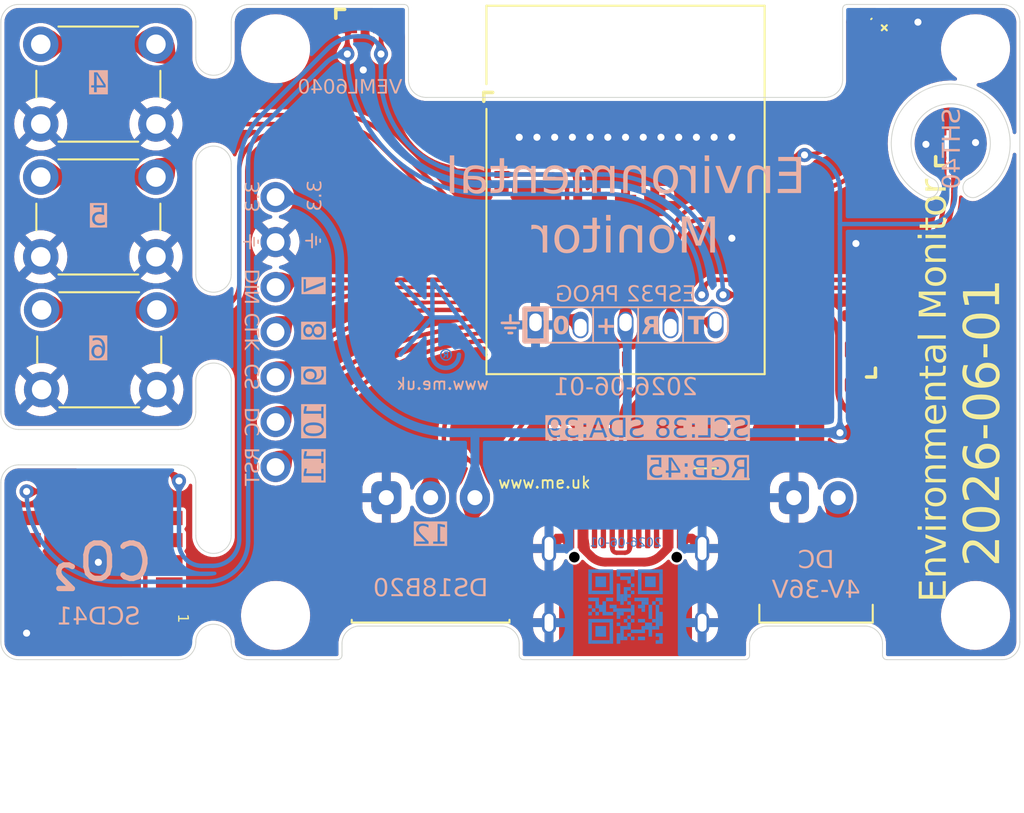
<source format=kicad_pcb>
(kicad_pcb (version 20221018) (generator pcbnew)
  (title_block (title "EnvMon") (rev "4") (comment 1 "www.me.uk") (comment 2 "@TheRealRevK") (comment 3 "Adrian Kennard Andrews & Arnold Ltd"))
  (layers (0 "F.Cu" signal) (31 "B.Cu" signal) (34 "B.Paste" user) (35 "F.Paste" user) (36 "B.SilkS" user "B.Silkscreen") (37 "F.SilkS" user "F.Silkscreen") (38 "B.Mask" user) (39 "F.Mask" user) (44 "Edge.Cuts" user))
  (net 0 "")
  (net 1 "Net-(U1-EN)")
  (net 2 "D+")
  (net 3 "D-")
  (net 5 "LED")
  (net 7 "Net-(D3-A)")
  (net 8 "Net-(J1-CC1)")
  (net 9 "TEMP")
  (net 10 "Net-(D2-A)")
  (net 11 "GND")
  (net 12 "OLED-RST")
  (net 13 "OLED-DC")
  (net 14 "OLED-SCK")
  (net 15 "OLED-CS")
  (net 16 "OLED-MOSI")
  (net 17 "SCL")
  (net 18 "SDA")
  (net 20 "Net-(J1-CC2)")
  (net 22 "Net-(J5-0)")
  (net 25 "DC")
  (net 34 "Net-(J5-Rx)")
  (net 41 "Net-(J5-Tx)")
  (net 45 "BUTTON1")
  (net 46 "BUTTON2")
  (net 47 "BUTTON3")
  (net 48 "+3.3V")
  (net 55 "RX")
  (net 57 "TX")
  (footprint "RevK:C_0603_" (layer "F.Cu") (at 131.75 83.785 90)
    (fp_text reference "C6" hide)
    (fp_text value "10uF 50V")
  )
  (footprint "Button_Switch_THT:SW_PUSH_6mm_H13mm" (layer "F.Cu") (at 89.25 65.25)
    (fp_text reference "SW1" hide)
    (fp_text value "SW_Push")
  )
  (footprint "Button_Switch_THT:SW_PUSH_6mm_H13mm" (layer "F.Cu") (at 89.3 80.25)
    (fp_text reference "SW3" hide)
    (fp_text value "SW_Push")
  )
  (footprint "RevK:SCD41" (layer "F.Cu") (at 92.5 94.5 180)
    (fp_text reference "U2" hide)
    (fp_text value "SCD41")
  )
  (footprint "RevK:PTSM-HH-3-RA" (layer "F.Cu") (at 111.25 90.85)
    (fp_text reference "J3" hide)
    (fp_text value "TEMP")
  )
  (footprint "RevK:C_0402" (layer "F.Cu") (at 113.05 71.3 90)
    (fp_text reference "C2" hide)
    (fp_text value "22uF" hide)
  )
  (footprint "RevK:L_4x4_" (layer "F.Cu") (at 134.25 87.085)
    (fp_text reference "L2" hide)
    (fp_text value "10uH")
  )
  (footprint "RevK:USC16-TR" (layer "F.Cu") (at 122.25 95.6)
    (fp_text reference "J1" hide)
    (fp_text value "USB-C")
  )
  (footprint "RevK:ESP32-S3-MINI-1" (layer "F.Cu") (at 122.25 76)
    (fp_text reference "U1" hide)
    (fp_text value "ESP32-S3-MINI-1" hide)
  )
  (footprint "RevK:SMD1010" (layer "F.Cu") (at 136.25 64.75 -45)
    (fp_text reference "D4" hide)
    (fp_text value "XL-1010RGBC-WS2812B" hide)
  )
  (footprint "RevK:C_0603_" (layer "F.Cu") (at 134.25 84.485)
    (fp_text reference "C8" hide)
    (fp_text value "100nF")
  )
  (footprint "RevK:C_0603_" (layer "F.Cu") (at 136.75 83.785 90)
    (fp_text reference "C7" hide)
    (fp_text value "10uF 6.3V")
  )
  (footprint "RevK:Sensirion_DFN-4_1.5x1.5mm_P0.5mm_SHT4x" (layer "F.Cu") (at 140.6 70.85 90)
    (fp_text reference "U7" hide)
    (fp_text value "SHT40")
  )
  (footprint "RevK:VEML6040" (layer "F.Cu") (at 107.6 64.1)
    (fp_text reference "U8" hide)
    (fp_text value "VEML6040")
  )
  (footprint "RevK:R_0402" (layer "F.Cu") (at 124.25 91)
    (fp_text reference "R4" hide)
    (fp_text value "5K1" hide)
  )
  (footprint "RevK:C_0402" (layer "F.Cu") (at 140.6 69.4 180)
    (fp_text reference "C5" hide)
    (fp_text value "100nF" hide)
  )
  (footprint "RevK:R_0402_" (layer "F.Cu") (at 134.25 80.585)
    (fp_text reference "R14" hide)
    (fp_text value "124k" hide)
  )
  (footprint "RevK:OLED1.5-RGB" (layer "F.Cu") (at 144.5 63 180)
    (fp_text reference "M1" hide)
    (fp_text value "OLED1.5-RGB")
  )
  (footprint "RevK:C_0402" (layer "F.Cu") (at 113.85 71.3 90)
    (fp_text reference "C1" hide)
    (fp_text value "100nF" hide)
  )
  (footprint "RevK:C_0402" (layer "F.Cu") (at 131.45 70.6 -90)
    (fp_text reference "C3" hide)
    (fp_text value "1uF" hide)
  )
  (footprint "RevK:R_0402" (layer "F.Cu") (at 130.65 70.6 90)
    (fp_text reference "R5" hide)
    (fp_text value "10K" hide)
  )
  (footprint "RevK:R_0402" (layer "F.Cu") (at 120.45 91 180)
    (fp_text reference "R3" hide)
    (fp_text value "5K1" hide)
  )
  (footprint "RevK:R_0402_" (layer "F.Cu") (at 132.45 80.585)
    (fp_text reference "R16" hide)
    (fp_text value "1M" hide)
  )
  (footprint "RevK:AJK" (layer "F.Cu") (at 118.25 86.25)
    (fp_text reference "Logo2" hide)
    (fp_text value "AJK" hide)
  )
  (footprint "RevK:PTSM-HH-2-RA-W" (layer "F.Cu") (at 133 90.85)
    (fp_text reference "J2" hide)
    (fp_text value "DC")
  )
  (footprint "Button_Switch_THT:SW_PUSH_6mm_H13mm" (layer "F.Cu") (at 89.25 72.75)
    (fp_text reference "SW2" hide)
    (fp_text value "SW_Push")
  )
  (footprint "RevK:R_0402_" (layer "F.Cu") (at 136.05 80.585)
    (fp_text reference "R15" hide)
    (fp_text value "39k2" hide)
  )
  (footprint "RevK:SOT-23-6-MD8942" (layer "F.Cu") (at 134.25 82.485)
    (fp_text reference "U6" hide)
    (fp_text value "MD8942")
  )
  (footprint "RevK:D_SOD-123" (layer "F.Cu") (at 126.45 90.3 -90)
    (fp_text reference "D3" hide)
    (fp_text value "D")
  )
  (footprint "RevK:R_0402" (layer "F.Cu") (at 112.5 88.6)
    (fp_text reference "R13" hide)
    (fp_text value "4k7" hide)
  )
  (footprint "RevK:D_1206" (layer "F.Cu") (at 128.45 90.3 -90)
    (fp_text reference "D2" hide)
    (fp_text value "Schottky")
  )
  (footprint "RevK:AJK" (layer "B.Cu") (at 111.35 80.675 180)
    (fp_text reference "Logo1" hide)
    (fp_text value "AJK" hide)
  )
  (footprint "RevK:Shelly" (layer "B.Cu") (at 122.25 81.1 180)
    (fp_text reference "J5" hide)
    (fp_text value "Shelly" hide)
  )
  (footprint "RevK:QR-ENVMON" (layer "B.Cu") (at 122.25 97)
    (fp_text reference "U5" hide)
    (fp_text value "QR" hide)
  )
  (gr_line (start 106.25 99.1) (end 106.25 99.75) (stroke (width 0.05)) (layer "Edge.Cuts"))
  (gr_arc (start 139.6 72.850004) (mid 139.849997 73.599998) (end 139.1 73.850004) (stroke (width 0.05)) (layer "Edge.Cuts"))
  (gr_line (start 100 72) (end 100 78.25) (stroke (width 0.05)) (layer "Edge.Cuts"))
  (gr_arc (start 101 100) (mid 100.292893 99.707107) (end 100 99) (stroke (width 0.05)) (layer "Edge.Cuts"))
  (gr_line (start 88 87) (end 97 87) (stroke (width 0.05)) (layer "Edge.Cuts"))
  (gr_line (start 97 89) (end 88 89) (stroke (width 0.05)) (layer "Edge.Cuts"))
  (gr_arc (start 115.25 98.1) (mid 115.957107 98.392893) (end 116.25 99.1) (stroke (width 0.05)) (layer "Edge.Cuts"))
  (gr_arc (start 134.5 63.25) (mid 134.573223 63.073223) (end 134.75 63) (stroke (width 0.05)) (layer "Edge.Cuts"))
  (gr_line (start 116.5 100) (end 129 100) (stroke (width 0.05)) (layer "Edge.Cuts"))
  (gr_arc (start 144.5 99) (mid 144.207107 99.707107) (end 143.5 100) (stroke (width 0.05)) (layer "Edge.Cuts"))
  (gr_line (start 134.5 67.25) (end 134.5 63.25) (stroke (width 0.05)) (layer "Edge.Cuts"))
  (gr_arc (start 116.5 100) (mid 116.323223 99.926777) (end 116.25 99.75) (stroke (width 0.05)) (layer "Edge.Cuts"))
  (gr_line (start 100 64) (end 100 66) (stroke (width 0.05)) (layer "Edge.Cuts"))
  (gr_line (start 111 68.25) (end 133.5 68.25) (stroke (width 0.05)) (layer "Edge.Cuts"))
  (gr_arc (start 87 90) (mid 87.292893 89.292893) (end 88 89) (stroke (width 0.05)) (layer "Edge.Cuts"))
  (gr_line (start 98 90) (end 98 93) (stroke (width 0.05)) (layer "Edge.Cuts"))
  (gr_arc (start 111 68.25) (mid 110.292893 67.957107) (end 110 67.25) (stroke (width 0.05)) (layer "Edge.Cuts"))
  (gr_line (start 97 63) (end 88 63) (stroke (width 0.05)) (layer "Edge.Cuts"))
  (gr_arc (start 129.25 99.1) (mid 129.542893 98.392893) (end 130.25 98.1) (stroke (width 0.05)) (layer "Edge.Cuts"))
  (gr_line (start 101 100) (end 106 100) (stroke (width 0.05)) (layer "Edge.Cuts"))
  (gr_arc (start 100 66) (mid 99 67) (end 98 66) (stroke (width 0.05)) (layer "Edge.Cuts"))
  (gr_arc (start 134.5 67.25) (mid 134.207107 67.957107) (end 133.5 68.25) (stroke (width 0.05)) (layer "Edge.Cuts"))
  (gr_line (start 98 66) (end 98 64) (stroke (width 0.05)) (layer "Edge.Cuts"))
  (gr_line (start 87 99) (end 87 90) (stroke (width 0.05)) (layer "Edge.Cuts"))
  (gr_arc (start 98 84.25) (mid 99 83.25) (end 100 84.25) (stroke (width 0.05)) (layer "Edge.Cuts"))
  (gr_arc (start 109.75 63) (mid 109.926777 63.073223) (end 110 63.25) (stroke (width 0.05)) (layer "Edge.Cuts"))
  (gr_line (start 136.75 99.1) (end 136.75 99.75) (stroke (width 0.05)) (layer "Edge.Cuts"))
  (gr_line (start 116.25 99.1) (end 116.25 99.75) (stroke (width 0.05)) (layer "Edge.Cuts"))
  (gr_arc (start 106.25 99.75) (mid 106.176777 99.926777) (end 106 100) (stroke (width 0.05)) (layer "Edge.Cuts"))
  (gr_line (start 88 100) (end 97 100) (stroke (width 0.05)) (layer "Edge.Cuts"))
  (gr_arc (start 100 64) (mid 100.292893 63.292893) (end 101 63) (stroke (width 0.05)) (layer "Edge.Cuts"))
  (gr_arc (start 142.1 73.850004) (mid 141.349997 73.600002) (end 141.6 72.850004) (stroke (width 0.05)) (layer "Edge.Cuts"))
  (gr_line (start 130.25 98.1) (end 135.75 98.1) (stroke (width 0.05)) (layer "Edge.Cuts"))
  (gr_arc (start 88 100) (mid 87.292893 99.707107) (end 87 99) (stroke (width 0.05)) (layer "Edge.Cuts"))
  (gr_line (start 144.5 99) (end 144.5 64) (stroke (width 0.05)) (layer "Edge.Cuts"))
  (gr_arc (start 97 63) (mid 97.707107 63.292893) (end 98 64) (stroke (width 0.05)) (layer "Edge.Cuts"))
  (gr_arc (start 88 87) (mid 87.292893 86.707107) (end 87 86) (stroke (width 0.05)) (layer "Edge.Cuts"))
  (gr_arc (start 98 86) (mid 97.707107 86.707107) (end 97 87) (stroke (width 0.05)) (layer "Edge.Cuts"))
  (gr_line (start 129.25 99.1) (end 129.25 99.75) (stroke (width 0.05)) (layer "Edge.Cuts"))
  (gr_arc (start 97 89) (mid 97.707107 89.292893) (end 98 90) (stroke (width 0.05)) (layer "Edge.Cuts"))
  (gr_line (start 98 72) (end 98 78.25) (stroke (width 0.05)) (layer "Edge.Cuts"))
  (gr_line (start 107.25 98.1) (end 115.25 98.1) (stroke (width 0.05)) (layer "Edge.Cuts"))
  (gr_arc (start 143.5 63) (mid 144.207107 63.292893) (end 144.5 64) (stroke (width 0.05)) (layer "Edge.Cuts"))
  (gr_line (start 134.75 63) (end 143.5 63) (stroke (width 0.05)) (layer "Edge.Cuts"))
  (gr_line (start 98 86) (end 98 84.25) (stroke (width 0.05)) (layer "Edge.Cuts"))
  (gr_arc (start 100 93) (mid 99 94) (end 98 93) (stroke (width 0.05)) (layer "Edge.Cuts"))
  (gr_arc (start 139.6 72.850004) (mid 140.6 68.613928) (end 141.6 72.850004) (stroke (width 0.05)) (layer "Edge.Cuts"))
  (gr_arc (start 87 64) (mid 87.292893 63.292893) (end 88 63) (stroke (width 0.05)) (layer "Edge.Cuts"))
  (gr_line (start 109.75 63) (end 101 63) (stroke (width 0.05)) (layer "Edge.Cuts"))
  (gr_arc (start 129.25 99.75) (mid 129.176777 99.926777) (end 129 100) (stroke (width 0.05)) (layer "Edge.Cuts"))
  (gr_arc (start 137 100) (mid 136.823223 99.926777) (end 136.75 99.75) (stroke (width 0.05)) (layer "Edge.Cuts"))
  (gr_arc (start 106.25 99.1) (mid 106.542893 98.392893) (end 107.25 98.1) (stroke (width 0.05)) (layer "Edge.Cuts"))
  (gr_arc (start 100 78.25) (mid 99 79.25) (end 98 78.25) (stroke (width 0.05)) (layer "Edge.Cuts"))
  (gr_arc (start 98 99) (mid 97.707107 99.707107) (end 97 100) (stroke (width 0.05)) (layer "Edge.Cuts"))
  (gr_arc (start 98 72) (mid 99 71) (end 100 72) (stroke (width 0.05)) (layer "Edge.Cuts"))
  (gr_arc (start 139.1 73.850004) (mid 140.6 67.495894) (end 142.1 73.850004) (stroke (width 0.05)) (layer "Edge.Cuts"))
  (gr_line (start 100 84.25) (end 100 93) (stroke (width 0.05)) (layer "Edge.Cuts"))
  (gr_line (start 87 64) (end 87 86) (stroke (width 0.05)) (layer "Edge.Cuts"))
  (gr_arc (start 98 99) (mid 99 98) (end 100 99) (stroke (width 0.05)) (layer "Edge.Cuts"))
  (gr_line (start 110 63.25) (end 110 67.25) (stroke (width 0.05)) (layer "Edge.Cuts"))
  (gr_line (start 137 100) (end 143.5 100) (stroke (width 0.05)) (layer "Edge.Cuts"))
  (gr_arc (start 135.75 98.1) (mid 136.457107 98.392893) (end 136.75 99.1) (stroke (width 0.05)) (layer "Edge.Cuts"))
  (gr_text "DC\n4V-36V" (at 133 95.25) (layer "B.SilkS") (effects (font (size 1 1)) (justify mirror)))
  (gr_text "5" (at 92.5 75) (layer "B.SilkS" knockout) (effects (font (size 1.1 1.1)) (justify mirror)))
  (gr_text "RST" (at 101.25 89.1 90) (layer "B.SilkS") (effects (font (size 0.8 0.8)) (justify mirror)))
  (gr_text "8" (at 104.75 81.42 90) (layer "B.SilkS" knockout) (effects (font (size 1.1 1.1)) (justify mirror)))
  (gr_text "⏚" (at 101.15 76.4 90) (layer "B.SilkS") (effects (font (size 0.8 0.8) (thickness 0.1)) (justify mirror)))
  (gr_text "⏚" (at 104.65 76.34 90) (layer "B.SilkS") (effects (font (size 0.8 0.8) (thickness 0.1)) (justify mirror)))
  (gr_text "3.3" (at 101.25 73.86 90) (layer "B.SilkS") (effects (font (size 0.8 0.8)) (justify mirror)))
  (gr_text "SCD41" (at 92.5 97.6) (layer "B.SilkS") (effects (font (size 1 1)) (justify mirror)))
  (gr_text "SCL:38 SDA:39" (at 129.25 87) (layer "B.SilkS" knockout) (effects (font (size 1.1 1.1)) (justify left mirror)))
  (gr_text "SHT40" (at 140.7 71.15 90) (layer "B.SilkS") (effects (font (size 1 1)) (justify mirror)))
  (gr_text "Environmental\nMonitor" (at 122.25 74.5) (layer "B.SilkS") (effects (font (size 2 2)) (justify mirror)))
  (gr_text "CS" (at 101.25 84.02 90) (layer "B.SilkS") (effects (font (size 0.8 0.8)) (justify mirror)))
  (gr_text "VEML6040" (at 106.7 67.7) (layer "B.SilkS") (effects (font (size 0.8 0.8)) (justify mirror)))
  (gr_text "3.3" (at 104.75 73.8 90) (layer "B.SilkS") (effects (font (size 0.8 0.8)) (justify mirror)))
  (gr_text "CO₂" (at 92.7 94.5) (layer "B.SilkS") (effects (font (size 2 2) (thickness 0.3)) (justify mirror)))
  (gr_text "${CURRENT_DATE}" (at 122.25 84.65) (layer "B.SilkS") (effects (font (size 1 1)) (justify mirror)))
  (gr_text "DIN" (at 101.25 78.94 90) (layer "B.SilkS") (effects (font (size 0.8 0.8)) (justify mirror)))
  (gr_text "9" (at 104.75 83.96 90) (layer "B.SilkS" knockout) (effects (font (size 1.1 1.1)) (justify mirror)))
  (gr_text "DC" (at 101.25 86.56 90) (layer "B.SilkS") (effects (font (size 0.8 0.8)) (justify mirror)))
  (gr_text "DS18B20" (at 111.25 96) (layer "B.SilkS") (effects (font (size 1 1)) (justify mirror)))
  (gr_text "12" (at 111.25 93) (layer "B.SilkS" knockout) (effects (font (size 1.1 1.1)) (justify mirror)))
  (gr_text "7" (at 104.75 78.88 90) (layer "B.SilkS" knockout) (effects (font (size 1.1 1.1)) (justify mirror)))
  (gr_text "CLK" (at 101.25 81.48 90) (layer "B.SilkS") (effects (font (size 0.8 0.8)) (justify mirror)))
  (gr_text "RGB:45" (at 129.25 89.25) (layer "B.SilkS" knockout) (effects (font (size 1.1 1.1)) (justify left mirror)))
  (gr_text "6" (at 92.5 82.5) (layer "B.SilkS" knockout) (effects (font (size 1.1 1.1)) (justify mirror)))
  (gr_text "10" (at 104.75 86.5 90) (layer "B.SilkS" knockout) (effects (font (size 1.1 1.1)) (justify mirror)))
  (gr_text "4" (at 92.5 67.5) (layer "B.SilkS" knockout) (effects (font (size 1.1 1.1)) (justify mirror)))
  (gr_text "11" (at 104.75 89.04 90) (layer "B.SilkS" knockout) (effects (font (size 1.1 1.1)) (justify mirror)))
  (gr_text "Environmental Monitor" (at 139.7 84.8 90) (layer "F.SilkS") (effects (font (size 1.5 1.5))))
  (gr_text "${CURRENT_DATE}" (at 142.5 94.75 90) (layer "F.SilkS") (effects (font (size 2 2)) (justify left)))
  (segment (start 130.65 70.1) (end 131.45 70.1) (width 0.25) (layer "F.Cu") (net 1))
  (segment (start 129.25 70.05) (end 130.6 70.05) (width 0.25) (layer "F.Cu") (net 1))
  (segment (start 123.1 83.772183) (end 123.1 83) (width 0.25) (layer "F.Cu") (net 2))
  (segment (start 122.290381 92.32) (end 122.709619 92.32) (width 0.25) (layer "F.Cu") (net 2))
  (segment (start 122 86.5) (end 122 86.427817) (width 0.25) (layer "F.Cu") (net 2))
  (segment (start 123 93.14) (end 123 92.610381) (width 0.25) (layer "F.Cu") (net 2))
  (segment (start 122 93.14) (end 122 86.5) (width 0.25) (layer "F.Cu") (net 2))
  (segment (start 122 93.14) (end 122 92.610381) (width 0.25) (layer "F.Cu") (net 2))
  (arc (start 122 92.610381) (mid 122.085051 92.405051) (end 122.290381 92.32) (width 0.25) (layer "F.Cu") (net 2))
  (arc (start 122.55 85.1) (mid 122.95706 84.490793) (end 123.1 83.772183) (width 0.25) (layer "F.Cu") (net 2))
  (arc (start 123 92.610381) (mid 122.914949 92.405051) (end 122.709619 92.32) (width 0.25) (layer "F.Cu") (net 2))
  (arc (start 122 86.427817) (mid 122.14294 85.709208) (end 122.55 85.1) (width 0.25) (layer "F.Cu") (net 2))
  (segment (start 121.5 86.3) (end 121.5 86.227817) (width 0.25) (layer "F.Cu") (net 3))
  (segment (start 121.75 93.96) (end 122.209619 93.96) (width 0.25) (layer "F.Cu") (net 3))
  (segment (start 121.5 93.14) (end 121.5 93.71) (width 0.25) (layer "F.Cu") (net 3))
  (segment (start 122.25 84.417158) (end 122.25 83) (width 0.25) (layer "F.Cu") (net 3))
  (segment (start 122.5 93.14) (end 122.5 93.669619) (width 0.25) (layer "F.Cu") (net 3))
  (segment (start 121.5 93.14) (end 121.5 86.3) (width 0.25) (layer "F.Cu") (net 3))
  (arc (start 122.05 84.9) (mid 122.198022 84.678471) (end 122.25 84.417158) (width 0.25) (layer "F.Cu") (net 3))
  (arc (start 121.5 86.227817) (mid 121.64294 85.509208) (end 122.05 84.9) (width 0.25) (layer "F.Cu") (net 3))
  (arc (start 122.5 93.669619) (mid 122.414949 93.874949) (end 122.209619 93.96) (width 0.25) (layer "F.Cu") (net 3))
  (arc (start 121.5 93.71) (mid 121.573223 93.886777) (end 121.75 93.96) (width 0.25) (layer "F.Cu") (net 3))
  (segment (start 129.25 73.45) (end 132.8 73.45) (width 0.25) (layer "F.Cu") (net 5))
  (segment (start 136.25 65.351041) (end 136.25 70) (width 0.25) (layer "F.Cu") (net 5))
  (arc (start 132.8 73.45) (mid 135.239518 72.439518) (end 136.25 70) (width 0.25) (layer "F.Cu") (net 5))
  (segment (start 124.65 93.696396) (end 124.65 93.14) (width 0.5) (layer "F.Cu") (net 7))
  (segment (start 119.85 93.703807) (end 120.298097 94.151903) (width 0.5) (layer "F.Cu") (net 7))
  (segment (start 126.45 91.95) (end 125.05 91.95) (width 0.5) (layer "F.Cu") (net 7))
  (segment (start 121.113355 94.489594) (end 123.303285 94.489594) (width 0.5) (layer "F.Cu") (net 7))
  (segment (start 124.248198 94.098198) (end 124.65 93.696396) (width 0.5) (layer "F.Cu") (net 7))
  (segment (start 124.65 93.14) (end 124.65 92.35) (width 0.5) (layer "F.Cu") (net 7))
  (segment (start 119.85 93.14) (end 119.85 93.703807) (width 0.5) (layer "F.Cu") (net 7))
  (arc (start 123.303285 94.489594) (mid 123.814668 94.387874) (end 124.248198 94.098198) (width 0.5) (layer "F.Cu") (net 7))
  (arc (start 124.65 92.35) (mid 124.767157 92.067157) (end 125.05 91.95) (width 0.5) (layer "F.Cu") (net 7))
  (arc (start 120.298097 94.151903) (mid 120.67214 94.401831) (end 121.113355 94.489594) (width 0.5) (layer "F.Cu") (net 7))
  (segment (start 121 93.14) (end 121 91.05) (width 0.25) (layer "F.Cu") (net 8))
  (segment (start 111.25 90.85) (end 111.25 89.35) (width 0.25) (layer "F.Cu") (net 9))
  (segment (start 112 88.6) (end 112 87.25) (width 0.25) (layer "F.Cu") (net 9))
  (segment (start 114.65 84.6) (end 114.7 84.6) (width 0.25) (layer "F.Cu") (net 9))
  (arc (start 114.7 84.6) (mid 115.831371 84.131371) (end 116.3 83) (width 0.25) (layer "F.Cu") (net 9))
  (arc (start 111.25 89.35) (mid 111.46967 88.81967) (end 112 88.6) (width 0.25) (layer "F.Cu") (net 9))
  (arc (start 112 87.25) (mid 112.776167 85.376167) (end 114.65 84.6) (width 0.25) (layer "F.Cu") (net 9))
  (segment (start 132.65 93.5) (end 130 93.5) (width 1) (layer "F.Cu") (net 10))
  (segment (start 134.25 90.85) (end 134.25 91.9) (width 1) (layer "F.Cu") (net 10))
  (arc (start 130 93.5) (mid 128.903984 93.046016) (end 128.45 91.95) (width 1) (layer "F.Cu") (net 10))
  (arc (start 134.25 91.9) (mid 133.781371 93.031371) (end 132.65 93.5) (width 1) (layer "F.Cu") (net 10))
  (segment (start 119.05 93.14) (end 118.51 93.14) (width 0.5) (layer "F.Cu") (net 11))
  (segment (start 125.99 93.14) (end 126.57 93.72) (width 0.5) (layer "F.Cu") (net 11))
  (segment (start 125.45 93.14) (end 125.99 93.14) (width 0.5) (layer "F.Cu") (net 11))
  (segment (start 118.51 93.14) (end 117.93 93.72) (width 0.5) (layer "F.Cu") (net 11))
  (via (at 135.25 76.5) (size 0.8) (drill 0.4) (layers "F.Cu" "B.Cu") (net 11))
  (via (at 117.25 70.5) (size 0.8) (drill 0.4) (layers "F.Cu" "B.Cu") (net 11))
  (via (at 119.25 70.5) (size 0.8) (drill 0.4) (layers "F.Cu" "B.Cu") (net 11))
  (via (at 128.25 70.5) (size 0.8) (drill 0.4) (layers "F.Cu" "B.Cu") (net 11))
  (via (at 92.5 94.5) (size 0.8) (drill 0.4) (layers "F.Cu" "B.Cu") (net 11))
  (via (at 122.25 70.5) (size 0.8) (drill 0.4) (layers "F.Cu" "B.Cu") (net 11))
  (via (at 124.25 70.5) (size 0.8) (drill 0.4) (layers "F.Cu" "B.Cu") (net 11))
  (via (at 116.25 70.5) (size 0.8) (drill 0.4) (layers "F.Cu" "B.Cu") (net 11))
  (via (at 123.25 70.5) (size 0.8) (drill 0.4) (layers "F.Cu" "B.Cu") (net 11))
  (via (at 127.25 70.5) (size 0.8) (drill 0.4) (layers "F.Cu" "B.Cu") (net 11))
  (via (at 88.45 98.5) (size 0.8) (drill 0.4) (layers "F.Cu" "B.Cu") (net 11))
  (via (at 118.25 70.5) (size 0.8) (drill 0.4) (layers "F.Cu" "B.Cu") (net 11))
  (via (at 138.75 64) (size 0.8) (drill 0.4) (layers "F.Cu" "B.Cu") (net 11))
  (via (at 139.2 70.9) (size 0.8) (drill 0.4) (layers "F.Cu" "B.Cu") (net 11))
  (via (at 125.25 70.5) (size 0.8) (drill 0.4) (layers "F.Cu" "B.Cu") (net 11))
  (via (at 107.45 66.7) (size 0.8) (drill 0.4) (layers "F.Cu" "B.Cu") (net 11))
  (via (at 120.25 70.5) (size 0.8) (drill 0.4) (layers "F.Cu" "B.Cu") (net 11))
  (via (at 128.25 76.2) (size 0.8) (drill 0.4) (layers "F.Cu" "B.Cu") (net 11))
  (via (at 121.25 70.5) (size 0.8) (drill 0.4) (layers "F.Cu" "B.Cu") (net 11))
  (via (at 126.25 70.5) (size 0.8) (drill 0.4) (layers "F.Cu" "B.Cu") (net 11))
  (segment (start 105.724344 85.895656) (end 102.5 89.12) (width 0.25) (layer "F.Cu") (net 12))
  (arc (start 115.25 81.95) (mid 110.094752 82.975443) (end 105.724344 85.895656) (width 0.25) (layer "F.Cu") (net 12))
  (arc (start 115.25 81.1) (mid 108.533396 82.436016) (end 102.839333 86.240666) (width 0.25) (layer "F.Cu") (net 13))
  (segment (start 115.25 79.4) (end 107.569848 79.4) (width 0.25) (layer "F.Cu") (net 14))
  (arc (start 107.569848 79.4) (mid 104.826066 79.945772) (end 102.5 81.5) (width 0.25) (layer "F.Cu") (net 14))
  (segment (start 115.25 80.25) (end 111.649869 80.25) (width 0.25) (layer "F.Cu") (net 15))
  (arc (start 111.649869 80.25) (mid 106.697996 81.234988) (end 102.5 84.04) (width 0.25) (layer "F.Cu") (net 15))
  (segment (start 115.25 78.55) (end 102.91 78.55) (width 0.25) (layer "F.Cu") (net 16))
  (segment (start 115.25 78.55) (end 103.489827 78.55) (width 0.25) (layer "F.Cu") (net 16))
  (arc (start 103.489827 78.55) (mid 102.954136 78.656555) (end 102.5 78.96) (width 0.25) (layer "F.Cu") (net 16))
  (segment (start 141 71.937868) (end 141 71.55) (width 0.25) (layer "F.Cu") (net 17))
  (segment (start 129.25 79.4) (end 127.75 79.4) (width 0.25) (layer "F.Cu") (net 17))
  (segment (start 91.9 89.5) (end 96.65 89.5) (width 0.25) (layer "F.Cu") (net 17))
  (segment (start 130.432842 79) (end 135.35 79) (width 0.25) (layer "F.Cu") (net 17))
  (segment (start 108.45 65.7) (end 108.45 64.5) (width 0.25) (layer "F.Cu") (net 17))
  (segment (start 140.75 73.6) (end 140.75 72.541421) (width 0.25) (layer "F.Cu") (net 17))
  (via (at 108.45 65.8) (size 0.8) (drill 0.4) (layers "F.Cu" "B.Cu") (net 17))
  (via (at 97.05 89.9) (size 0.8) (drill 0.4) (layers "F.Cu" "B.Cu") (net 17))
  (via (at 127.75 79.4) (size 0.8) (drill 0.4) (layers "F.Cu" "B.Cu") (net 17))
  (arc (start 129.467158 79.4) (mid 129.72847 79.348022) (end 129.95 79.2) (width 0.25) (layer "F.Cu") (net 17))
  (arc (start 140.75 72.541421) (mid 140.775989 72.410765) (end 140.85 72.3) (width 0.25) (layer "F.Cu") (net 17))
  (arc (start 129.95 79.2) (mid 130.171529 79.051978) (end 130.432842 79) (width 0.25) (layer "F.Cu") (net 17))
  (arc (start 91.25 90.15) (mid 91.440381 89.690381) (end 91.9 89.5) (width 0.25) (layer "F.Cu") (net 17))
  (arc (start 135.35 79) (mid 139.168377 77.418377) (end 140.75 73.6) (width 0.25) (layer "F.Cu") (net 17))
  (arc (start 96.65 89.5) (mid 96.932843 89.617157) (end 97.05 89.9) (width 0.25) (layer "F.Cu") (net 17))
  (arc (start 140.85 72.3) (mid 140.961016 72.133853) (end 141 71.937868) (width 0.25) (layer "F.Cu") (net 17))
  (segment (start 98.95 94.7) (end 98.35 94.7) (width 0.25) (layer "B.Cu") (net 17))
  (segment (start 107.45 64.8) (end 107.15 64.8) (width 0.25) (layer "B.Cu") (net 17))
  (segment (start 108.45 65.8) (end 108.45 67.065061) (width 0.25) (layer "B.Cu") (net 17))
  (segment (start 113.984939 72.6) (end 120.95 72.6) (width 0.25) (layer "B.Cu") (net 17))
  (segment (start 97.05 89.9) (end 97.05 93.4) (width 0.25) (layer "B.Cu") (net 17))
  (segment (start 105.442893 65.507107) (end 101.722792 69.227208) (width 0.25) (layer "B.Cu") (net 17))
  (segment (start 100.45 72.3) (end 100.45 93.2) (width 0.25) (layer "B.Cu") (net 17))
  (arc (start 120.95 72.6) (mid 125.758326 74.591674) (end 127.75 79.4) (width 0.25) (layer "B.Cu") (net 17))
  (arc (start 100.45 93.2) (mid 100.01066 94.26066) (end 98.95 94.7) (width 0.25) (layer "B.Cu") (net 17))
  (arc (start 108.45 65.8) (mid 108.157107 65.092893) (end 107.45 64.8) (width 0.25) (layer "B.Cu") (net 17))
  (arc (start 107.15 64.8) (mid 106.22612 64.983771) (end 105.442893 65.507107) (width 0.25) (layer "B.Cu") (net 17))
  (arc (start 97.05 93.4) (mid 97.430761 94.319239) (end 98.35 94.7) (width 0.25) (layer "B.Cu") (net 17))
  (arc (start 108.45 67.065061) (mid 110.071146 70.978854) (end 113.984939 72.6) (width 0.25) (layer "B.Cu") (net 17))
  (arc (start 101.722792 69.227208) (mid 100.780788 70.637017) (end 100.45 72.3) (width 0.25) (layer "B.Cu") (net 17))
  (segment (start 90 90.5) (end 88.45 90.5) (width 0.25) (layer "F.Cu") (net 18))
  (segment (start 140.237787 73.75) (end 140.237787 72) (width 0.25) (layer "F.Cu") (net 18))
  (segment (start 140.2 71.55) (end 140.2 71.908775) (width 0.25) (layer "F.Cu") (net 18))
  (segment (start 129.25 78.55) (end 135.492023 78.55) (width 0.25) (layer "F.Cu") (net 18))
  (segment (start 106.55 65.8) (end 106.55 64.55) (width 0.25) (layer "F.Cu") (net 18))
  (segment (start 140.237787 71.664565) (end 140.2 71.626778) (width 0.25) (layer "F.Cu") (net 18))
  (segment (start 129.25 78.55) (end 127.4 78.55) (width 0.25) (layer "F.Cu") (net 18))
  (via (at 106.55 65.8) (size 0.8) (drill 0.4) (layers "F.Cu" "B.Cu") (net 18))
  (via (at 88.45 90.5) (size 0.8) (drill 0.4) (layers "F.Cu" "B.Cu") (net 18))
  (via (at 126.55 79.4) (size 0.8) (drill 0.4) (layers "F.Cu" "B.Cu") (net 18))
  (arc (start 140.2 71.908775) (mid 140.20982 71.958145) (end 140.237787 72) (width 0.25) (layer "F.Cu") (net 18))
  (arc (start 106.55 64.55) (mid 106.579289 64.479289) (end 106.65 64.45) (width 0.25) (layer "F.Cu") (net 18))
  (arc (start 135.492023 78.55) (mid 138.85078 77.158757) (end 140.242023 73.8) (width 0.25) (layer "F.Cu") (net 18))
  (arc (start 127.4 78.55) (mid 126.798959 78.798959) (end 126.55 79.4) (width 0.25) (layer "F.Cu") (net 18))
  (segment (start 100.95 93.3) (end 100.95 71.972792) (width 0.25) (layer "B.Cu") (net 18))
  (segment (start 126.55 79.4) (end 126.55 79.1) (width 0.25) (layer "B.Cu") (net 18))
  (segment (start 121.15 73.7) (end 114.45 73.7) (width 0.25) (layer "B.Cu") (net 18))
  (segment (start 93.55 95.6) (end 98.65 95.6) (width 0.25) (layer "B.Cu") (net 18))
  (segment (start 101.85 69.8) (end 105.355025 66.294975) (width 0.25) (layer "B.Cu") (net 18))
  (arc (start 100.95 71.972792) (mid 101.183903 70.796886) (end 101.85 69.8) (width 0.25) (layer "B.Cu") (net 18))
  (arc (start 105.355025 66.294975) (mid 105.903284 65.92864) (end 106.55 65.8) (width 0.25) (layer "B.Cu") (net 18))
  (arc (start 114.45 73.7) (mid 108.863856 71.386144) (end 106.55 65.8) (width 0.25) (layer "B.Cu") (net 18))
  (arc (start 88.45 90.5) (mid 89.943755 94.106245) (end 93.55 95.6) (width 0.25) (layer "B.Cu") (net 18))
  (arc (start 98.65 95.6) (mid 100.276346 94.926346) (end 100.95 93.3) (width 0.25) (layer "B.Cu") (net 18))
  (arc (start 126.55 79.1) (mid 124.968377 75.281623) (end 121.15 73.7) (width 0.25) (layer "B.Cu") (net 18))
  (segment (start 124 93.14) (end 124 91.25) (width 0.25) (layer "F.Cu") (net 20))
  (segment (start 124 91.25) (end 123.75 91) (width 0.25) (layer "F.Cu") (net 20))
  (segment (start 118.15 72.6) (end 115.25 72.6) (width 0.25) (layer "F.Cu") (net 22))
  (segment (start 118.95 80.49) (end 118.95 73.4) (width 0.25) (layer "F.Cu") (net 22))
  (arc (start 119.71 81.25) (mid 119.172599 81.027401) (end 118.95 80.49) (width 0.25) (layer "F.Cu") (net 22))
  (arc (start 118.95 73.4) (mid 118.715685 72.834315) (end 118.15 72.6) (width 0.25) (layer "F.Cu") (net 22))
  (segment (start 126.45 88.65) (end 128.45 88.65) (width 1) (layer "F.Cu") (net 25))
  (segment (start 131.5 83.01) (end 130.281407 84.228593) (width 1) (layer "F.Cu") (net 25))
  (segment (start 131.75 83.01) (end 131.5 83.01) (width 1) (layer "F.Cu") (net 25))
  (arc (start 130.281407 84.228593) (mid 128.925967 86.257151) (end 128.45 88.65) (width 1) (layer "F.Cu") (net 25))
  (segment (start 124.79 81.25) (end 124.79 76.36) (width 0.25) (layer "F.Cu") (net 34))
  (segment (start 126.85 74.3) (end 129.25 74.3) (width 0.25) (layer "F.Cu") (net 34))
  (arc (start 124.79 76.36) (mid 125.39336 74.90336) (end 126.85 74.3) (width 0.25) (layer "F.Cu") (net 34))
  (segment (start 125.25 76.4) (end 125.25 78.87) (width 0.25) (layer "F.Cu") (net 41))
  (segment (start 129.25 75.15) (end 126.5 75.15) (width 0.25) (layer "F.Cu") (net 41))
  (arc (start 126.5 75.15) (mid 125.616117 75.516117) (end 125.25 76.4) (width 0.25) (layer "F.Cu") (net 41))
  (arc (start 125.25 78.87) (mid 125.859218 80.340782) (end 127.33 80.95) (width 0.25) (layer "F.Cu") (net 41))
  (segment (start 95.75 65.25) (end 98.830761 68.330761) (width 0.25) (layer "F.Cu") (net 45))
  (segment (start 101.05 69.25) (end 105.882608 69.25) (width 0.25) (layer "F.Cu") (net 45))
  (segment (start 113.725 75.425) (end 108.729025 70.429025) (width 0.25) (layer "F.Cu") (net 45))
  (segment (start 89.25 65.25) (end 95.75 65.25) (width 0.25) (layer "F.Cu") (net 45))
  (arc (start 98.830761 68.330761) (mid 99.848956 69.011098) (end 101.05 69.25) (width 0.25) (layer "F.Cu") (net 45))
  (arc (start 108.729025 70.429025) (mid 108.726414 70.42728) (end 108.723333 70.426667) (width 0.25) (layer "F.Cu") (net 45))
  (arc (start 115.113172 76) (mid 114.361898 75.850562) (end 113.725 75.425) (width 0.25) (layer "F.Cu") (net 45))
  (arc (start 108.723333 70.426667) (mid 107.419997 69.555806) (end 105.882608 69.25) (width 0.25) (layer "F.Cu") (net 45))
  (segment (start 89.25 72.75) (end 95.75 72.75) (width 0.25) (layer "F.Cu") (net 46))
  (segment (start 100.35 69.75461) (end 105.514074 69.75461) (width 0.25) (layer "F.Cu") (net 46))
  (segment (start 108.4 70.95) (end 113.628248 76.178248) (width 0.25) (layer "F.Cu") (net 46))
  (segment (start 95.75 72.75) (end 97.477207 71.022793) (width 0.25) (layer "F.Cu") (net 46))
  (arc (start 105.514074 69.75461) (mid 107.075926 70.065282) (end 108.4 70.95) (width 0.25) (layer "F.Cu") (net 46))
  (arc (start 113.628248 76.178248) (mid 114.372314 76.675418) (end 115.25 76.85) (width 0.25) (layer "F.Cu") (net 46))
  (arc (start 97.477207 71.022793) (mid 98.887016 70.080788) (end 100.55 69.75) (width 0.25) (layer "F.Cu") (net 46))
  (segment (start 100.45 72.4) (end 100.45 78.765058) (width 0.25) (layer "F.Cu") (net 47))
  (segment (start 113.713604 77.063604) (end 108.434925 71.784925) (width 0.25) (layer "F.Cu") (net 47))
  (segment (start 98.965058 80.25) (end 95.8 80.25) (width 0.25) (layer "F.Cu") (net 47))
  (segment (start 89.3 80.25) (end 95.8 80.25) (width 0.25) (layer "F.Cu") (net 47))
  (segment (start 104.85 70.3) (end 102.55 70.3) (width 0.25) (layer "F.Cu") (net 47))
  (arc (start 100.45 78.765058) (mid 100.015071 79.815071) (end 98.965058 80.25) (width 0.25) (layer "F.Cu") (net 47))
  (arc (start 108.434925 71.784925) (mid 106.790148 70.685919) (end 104.85 70.3) (width 0.25) (layer "F.Cu") (net 47))
  (arc (start 115.25 77.7) (mid 114.418508 77.534606) (end 113.713604 77.063604) (width 0.25) (layer "F.Cu") (net 47))
  (arc (start 102.55 70.3) (mid 101.065076 70.915076) (end 100.45 72.4) (width 0.25) (layer "F.Cu") (net 47))
  (segment (start 136.349396 63.325) (end 135.501798 63.325) (width 0.25) (layer "F.Cu") (net 48))
  (segment (start 93.75 90.85) (end 94.75 91.85) (width 0.25) (layer "F.Cu") (net 48))
  (segment (start 111.45 93.8) (end 103.9294 93.8) (width 0.25) (layer "F.Cu") (net 48))
  (segment (start 94.75 91.85) (end 95 91.85) (width 0.25) (layer "F.Cu") (net 48))
  (segment (start 93.75 97.5) (end 93.75 98.5) (width 0.25) (layer "F.Cu") (net 48))
  (segment (start 113.75 90.85) (end 113.75 89.35) (width 0.25) (layer "F.Cu") (net 48))
  (segment (start 136.873649 64.727392) (end 136.873649 63.849253) (width 0.25) (layer "F.Cu") (net 48))
  (segment (start 115.25 71.75) (end 118.3 71.75) (width 0.5) (layer "F.Cu") (net 48))
  (segment (start 132.23 71.62) (end 132.35 71.5) (width 0.25) (layer "F.Cu") (net 48))
  (segment (start 109.675 68.425) (end 109.675 64.875) (width 0.25) (layer "F.Cu") (net 48))
  (segment (start 134.826798 64) (end 134.826798 69.023202) (width 0.25) (layer "F.Cu") (net 48))
  (segment (start 141 69.5) (end 141 70.15) (width 0.25) (layer "F.Cu") (net 48))
  (segment (start 134.35 87.185) (end 135.65 87.185) (width 0.5) (layer "F.Cu") (net 48))
  (segment (start 95.15 92) (end 95.15 97) (width 0.25) (layer "F.Cu") (net 48))
  (segment (start 131.105528 71.62) (end 132.23 71.62) (width 0.25) (layer "F.Cu") (net 48))
  (segment (start 119.85 78.625) (end 120.85 78.625) (width 0.5) (layer "F.Cu") (net 48))
  (segment (start 119.55 73) (end 119.55 78.325) (width 0.5) (layer "F.Cu") (net 48))
  (segment (start 113.85 71.8) (end 113.05 71.8) (width 0.25) (layer "F.Cu") (net 48))
  (segment (start 122.25 80.025) (end 122.25 80.95) (width 0.5) (layer "F.Cu") (net 48))
  (segment (start 94.55 99.5) (end 95.65 99.5) (width 0.25) (layer "F.Cu") (net 48))
  (segment (start 115.25 71.75) (end 113.9 71.75) (width 0.25) (layer "F.Cu") (net 48))
  (segment (start 97.310162 98.812339) (end 101.18625 94.93625) (width 0.25) (layer "F.Cu") (net 48))
  (segment (start 94.99164 97.15836) (end 94.09164 97.15836) (width 0.25) (layer "F.Cu") (net 48))
  (segment (start 141.646447 69.946446) (end 141.1 69.4) (width 0.25) (layer "F.Cu") (net 48))
  (via (at 134.35 87.185) (size 0.8) (drill 0.4) (layers "F.Cu" "B.Cu") (net 48))
  (via (at 142 70.8) (size 0.8) (drill 0.4) (layers "F.Cu" "B.Cu") (net 48))
  (via (at 132.35 71.5) (size 0.8) (drill 0.4) (layers "F.Cu" "B.Cu") (net 48))
  (arc (start 131.105528 71.62) (mid 130.783421 71.486579) (end 130.65 71.164472) (width 0.25) (layer "F.Cu") (net 48))
  (arc (start 95 91.85) (mid 95.106066 91.893934) (end 95.15 92) (width 0.25) (layer "F.Cu") (net 48))
  (arc (start 119.55 78.325) (mid 119.637868 78.537132) (end 119.85 78.625) (width 0.5) (layer "F.Cu") (net 48))
  (arc (start 142 70.8) (mid 141.908114 70.33806) (end 141.646447 69.946446) (width 0.25) (layer "F.Cu") (net 48))
  (arc (start 120.85 78.625) (mid 121.839949 79.035051) (end 122.25 80.025) (width 0.5) (layer "F.Cu") (net 48))
  (arc (start 113.05 71.8) (mid 110.663515 70.811485) (end 109.675 68.425) (width 0.25) (layer "F.Cu") (net 48))
  (arc (start 113.75 89.35) (mid 113.53033 88.81967) (end 113 88.6) (width 0.25) (layer "F.Cu") (net 48))
  (arc (start 95.65 99.5) (mid 96.548473 99.321283) (end 97.310162 98.812339) (width 0.25) (layer "F.Cu") (net 48))
  (arc (start 134.826798 69.023202) (mid 134.101361 70.774563) (end 132.35 71.5) (width 0.25) (layer "F.Cu") (net 48))
  (arc (start 109.675 64.875) (mid 109.345495 64.079505) (end 108.55 63.75) (width 0.25) (layer "F.Cu") (net 48))
  (arc (start 118.3 71.75) (mid 119.183883 72.116117) (end 119.55 73) (width 0.5) (layer "F.Cu") (net 48))
  (arc (start 95.15 97) (mid 95.103617 97.111977) (end 94.99164 97.15836) (width 0.25) (layer "F.Cu") (net 48))
  (arc (start 136.873649 63.849253) (mid 136.720099 63.47855) (end 136.349396 63.325) (width 0.25) (layer "F.Cu") (net 48))
  (arc (start 135.501798 63.325) (mid 135.024501 63.522703) (end 134.826798 64) (width 0.25) (layer "F.Cu") (net 48))
  (arc (start 103.9294 93.8) (mid 102.444818 94.095302) (end 101.18625 94.93625) (width 0.25) (layer "F.Cu") (net 48))
  (arc (start 94.09164 97.15836) (mid 93.850064 97.258424) (end 93.75 97.5) (width 0.25) (layer "F.Cu") (net 48))
  (arc (start 93.75 98.7) (mid 93.984315 99.265685) (end 94.55 99.5) (width 0.25) (layer "F.Cu") (net 48))
  (arc (start 113.75 91.5) (mid 113.076346 93.126346) (end 111.45 93.8) (width 0.25) (layer "F.Cu") (net 48))
  (segment (start 140.85 73.576345) (end 140.85 73.8) (width 0.25) (layer "B.Cu") (net 48))
  (segment (start 134.35 87.185) (end 134.35 75.4) (width 0.25) (layer "B.Cu") (net 48))
  (segment (start 113.75 90.85) (end 113.75 87.185) (width 0.5) (layer "B.Cu") (net 48))
  (segment (start 141.75 72) (end 141.328248 72.421752) (width 0.25) (layer "B.Cu") (net 48))
  (segment (start 139.25 75.4) (end 134.35 75.4) (width 0.25) (layer "B.Cu") (net 48))
  (segment (start 142 70.8) (end 142 71.396447) (width 0.25) (layer "B.Cu") (net 48))
  (segment (start 122.35 87.185) (end 113.75 87.185) (width 0.5) (layer "B.Cu") (net 48))
  (segment (start 113.75 87.185) (end 112.512545 87.185) (width 0.5) (layer "B.Cu") (net 48))
  (segment (start 122.35 80.95) (end 122.35 87.185) (width 0.5) (layer "B.Cu") (net 48))
  (segment (start 106.127545 80.8) (end 106.127545 77.507545) (width 0.5) (layer "B.Cu") (net 48))
  (segment (start 134.35 75.4) (end 134.35 73.5) (width 0.25) (layer "B.Cu") (net 48))
  (segment (start 134.35 87.185) (end 122.35 87.185) (width 0.5) (layer "B.Cu") (net 48))
  (arc (start 106.127545 77.507545) (mid 105.065062 74.942483) (end 102.5 73.88) (width 0.5) (layer "B.Cu") (net 48))
  (arc (start 141.328248 72.421752) (mid 140.974292 72.951483) (end 140.85 73.576345) (width 0.25) (layer "B.Cu") (net 48))
  (arc (start 142 71.396447) (mid 141.935027 71.723087) (end 141.75 72) (width 0.25) (layer "B.Cu") (net 48))
  (arc (start 112.512545 87.185) (mid 107.997668 85.314877) (end 106.127545 80.8) (width 0.5) (layer "B.Cu") (net 48))
  (arc (start 134.35 73.5) (mid 133.764214 72.085786) (end 132.35 71.5) (width 0.25) (layer "B.Cu") (net 48))
  (arc (start 139.25 75.4) (mid 140.381371 74.931371) (end 140.85 73.8) (width 0.25) (layer "B.Cu") (net 48))
  (zone (net 11) (net_name "GND") (layers "F&B.Cu") (connect_pads thru_hole_only (clearance 0.2)) (min_thickness 0.2) (fill yes (thermal_gap 0.5) (thermal_bridge_width 0.5))
    (polygon (pts (xy 144.5 100) (xy 87 100) (xy 87 63) (xy 144.5 63)))
  )
  (zone (net 48) (net_name "+3.3V") (layers "F&B.Cu") (priority 1) (connect_pads (clearance 0.25)) (min_thickness 0.25) (fill yes (thermal_gap 0.5) (thermal_bridge_width 0.5))
    (polygon (pts (xy 140.5 68.25) (xy 142.75 69.25) (xy 143.25 71.75) (xy 141.5 73.25) (xy 140.5 72.5)))
  )
)
</source>
